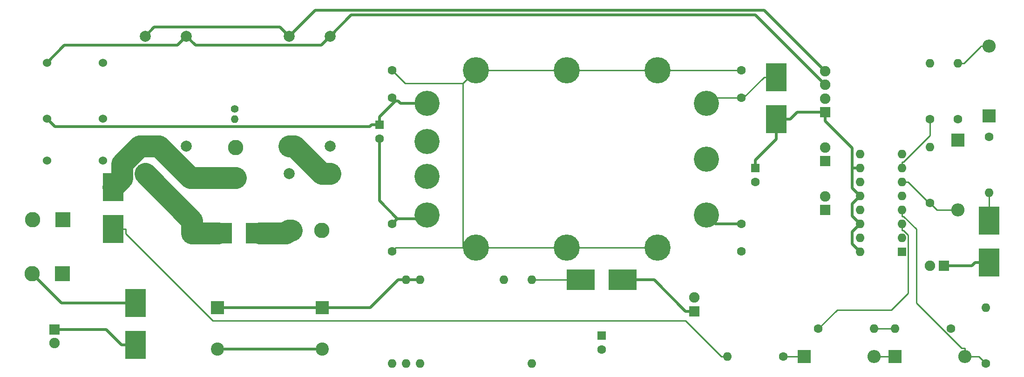
<source format=gbr>
G04 #@! TF.FileFunction,Copper,L1,Top,Signal*
%FSLAX46Y46*%
G04 Gerber Fmt 4.6, Leading zero omitted, Abs format (unit mm)*
G04 Created by KiCad (PCBNEW 4.0.7) date 02/11/18 18:38:28*
%MOMM*%
%LPD*%
G01*
G04 APERTURE LIST*
%ADD10C,0.100000*%
%ADD11C,2.000000*%
%ADD12R,5.080000X3.810000*%
%ADD13R,1.600000X1.600000*%
%ADD14O,1.600000X1.600000*%
%ADD15C,1.524000*%
%ADD16C,4.572000*%
%ADD17C,4.762500*%
%ADD18C,1.600000*%
%ADD19R,2.800000X2.800000*%
%ADD20C,2.800000*%
%ADD21R,1.900000X1.900000*%
%ADD22C,1.900000*%
%ADD23R,3.810000X5.080000*%
%ADD24R,2.400000X2.400000*%
%ADD25O,2.400000X2.400000*%
%ADD26C,2.400000*%
%ADD27C,1.400000*%
%ADD28O,1.400000X1.400000*%
%ADD29C,0.250000*%
%ADD30C,0.500000*%
%ADD31C,4.000000*%
G04 APERTURE END LIST*
D10*
D11*
X71561000Y-61957000D03*
X79061000Y-61957000D03*
X71561000Y-56957000D03*
X79061000Y-56957000D03*
X71561000Y-36957000D03*
X79061000Y-36957000D03*
D12*
X58674000Y-72771000D03*
X66294000Y-72771000D03*
D11*
X45399000Y-61957000D03*
X52899000Y-61957000D03*
X45399000Y-56957000D03*
X52899000Y-56957000D03*
X45399000Y-36957000D03*
X52899000Y-36957000D03*
D13*
X183007000Y-76200000D03*
D14*
X175387000Y-58420000D03*
X183007000Y-73660000D03*
X175387000Y-60960000D03*
X183007000Y-71120000D03*
X175387000Y-63500000D03*
X183007000Y-68580000D03*
X175387000Y-66040000D03*
X183007000Y-66040000D03*
X175387000Y-68580000D03*
X183007000Y-63500000D03*
X175387000Y-71120000D03*
X183007000Y-60960000D03*
X175387000Y-73660000D03*
X183007000Y-58420000D03*
X175387000Y-76200000D03*
X90297000Y-96520000D03*
X92837000Y-96520000D03*
X95377000Y-96520000D03*
X115697000Y-96520000D03*
X115697000Y-81280000D03*
X110617000Y-81280000D03*
X95377000Y-81280000D03*
X92837000Y-81280000D03*
D15*
X27559000Y-41783000D03*
X27559000Y-51943000D03*
X27559000Y-59563000D03*
X37719000Y-41783000D03*
X37719000Y-51943000D03*
X37719000Y-59563000D03*
D16*
X96647000Y-69469000D03*
X96647000Y-62484000D03*
X96647000Y-56134000D03*
X96647000Y-49149000D03*
X147447000Y-69469000D03*
X147447000Y-59309000D03*
X147447000Y-49149000D03*
D17*
X105537000Y-43180000D03*
X122047000Y-75438000D03*
X105537000Y-75438000D03*
X138557000Y-75438000D03*
X122047000Y-43180000D03*
X138557000Y-43180000D03*
D18*
X198247000Y-96520000D03*
D14*
X198247000Y-86360000D03*
D18*
X167767000Y-90170000D03*
D14*
X177927000Y-90170000D03*
D18*
X161417000Y-95250000D03*
D14*
X151257000Y-95250000D03*
D18*
X191897000Y-90170000D03*
D14*
X181737000Y-90170000D03*
D18*
X188087000Y-67310000D03*
D14*
X188087000Y-57150000D03*
D18*
X188087000Y-52070000D03*
D14*
X188087000Y-41910000D03*
D18*
X198882000Y-55245000D03*
D14*
X198882000Y-65405000D03*
D18*
X193167000Y-52070000D03*
D14*
X193167000Y-41910000D03*
D19*
X72009000Y-72263000D03*
D20*
X77509000Y-72263000D03*
D21*
X169037000Y-68580000D03*
D22*
X169037000Y-66080000D03*
D21*
X169037000Y-59690000D03*
D22*
X169037000Y-57190000D03*
D21*
X145288000Y-86995000D03*
D22*
X145288000Y-84495000D03*
D21*
X28956000Y-90297000D03*
D22*
X28956000Y-92797000D03*
D19*
X30480000Y-70358000D03*
D20*
X24980000Y-70358000D03*
D21*
X169037000Y-50800000D03*
D22*
X169037000Y-48300000D03*
X169037000Y-45800000D03*
X169037000Y-43300000D03*
D19*
X30353000Y-80137000D03*
D20*
X24853000Y-80137000D03*
D23*
X39624000Y-64389000D03*
X39624000Y-72009000D03*
X198882000Y-78105000D03*
X198882000Y-70485000D03*
D12*
X124587000Y-81280000D03*
X132207000Y-81280000D03*
D23*
X43688000Y-85471000D03*
X43688000Y-93091000D03*
X160147000Y-44450000D03*
X160147000Y-52070000D03*
D24*
X181737000Y-95250000D03*
D25*
X194437000Y-95250000D03*
D24*
X165227000Y-95250000D03*
D25*
X177927000Y-95250000D03*
D24*
X193167000Y-55880000D03*
D25*
X193167000Y-68580000D03*
D24*
X198882000Y-51435000D03*
D25*
X198882000Y-38735000D03*
D13*
X128397000Y-91440000D03*
D18*
X128397000Y-93940000D03*
D24*
X77597000Y-86360000D03*
D26*
X77597000Y-93860000D03*
D24*
X58547000Y-86360000D03*
D26*
X58547000Y-93860000D03*
D13*
X156337000Y-60960000D03*
D18*
X156337000Y-63460000D03*
D13*
X88011000Y-53086000D03*
D18*
X88011000Y-55586000D03*
X90297000Y-43180000D03*
X90297000Y-48180000D03*
X153797000Y-43180000D03*
X153797000Y-48180000D03*
X90297000Y-71120000D03*
X90297000Y-76120000D03*
X153797000Y-71120000D03*
X153797000Y-76120000D03*
D21*
X190627000Y-78740000D03*
D22*
X188127000Y-78740000D03*
D19*
X61849000Y-62738000D03*
D20*
X61849000Y-57238000D03*
D27*
X61722000Y-50165000D03*
D28*
X61722000Y-52065000D03*
D29*
X153797000Y-43180000D02*
X138557000Y-43180000D01*
X138557000Y-43180000D02*
X122047000Y-43180000D01*
X122047000Y-43180000D02*
X105537000Y-43180000D01*
X138557000Y-75438000D02*
X122047000Y-75438000D01*
X122047000Y-75438000D02*
X105537000Y-75438000D01*
X105537000Y-75438000D02*
X103164400Y-75438000D01*
X90979000Y-75438000D02*
X90297000Y-76120000D01*
X103164400Y-75438000D02*
X90979000Y-75438000D01*
X92669600Y-45552600D02*
X90297000Y-43180000D01*
X103164400Y-45552600D02*
X92669600Y-45552600D01*
X103164400Y-75438000D02*
X103164400Y-45552600D01*
X103164400Y-45552600D02*
X105537000Y-43180000D01*
D30*
X38338700Y-90297000D02*
X41132700Y-93091000D01*
X28956000Y-90297000D02*
X38338700Y-90297000D01*
X43688000Y-93091000D02*
X41132700Y-93091000D01*
X29038000Y-53422000D02*
X27559000Y-51943000D01*
X86224700Y-53422000D02*
X29038000Y-53422000D01*
X86560700Y-53086000D02*
X86224700Y-53422000D01*
X88011000Y-53086000D02*
X86560700Y-53086000D01*
X88011000Y-53086000D02*
X88011000Y-51635700D01*
X90297000Y-48180000D02*
X90881900Y-48764800D01*
X91407000Y-48764800D02*
X90881900Y-48764800D01*
X91791200Y-49149000D02*
X91407000Y-48764800D01*
X96647000Y-49149000D02*
X91791200Y-49149000D01*
X90881900Y-48764800D02*
X88011000Y-51635700D01*
D29*
X160147000Y-44450000D02*
X157916700Y-44450000D01*
X154186700Y-48180000D02*
X153797000Y-48180000D01*
X157916700Y-44450000D02*
X154186700Y-48180000D01*
X148416000Y-48180000D02*
X147447000Y-49149000D01*
X153797000Y-48180000D02*
X148416000Y-48180000D01*
D30*
X58547000Y-93860000D02*
X77597000Y-93860000D01*
X90297000Y-71120000D02*
X91263000Y-70154000D01*
X95962000Y-70154000D02*
X91263000Y-70154000D01*
X96647000Y-69469000D02*
X95962000Y-70154000D01*
X88011000Y-66902000D02*
X88011000Y-55586000D01*
X91263000Y-70154000D02*
X88011000Y-66902000D01*
X160147000Y-52070000D02*
X162702300Y-52070000D01*
X160147000Y-55699700D02*
X160147000Y-52070000D01*
X156337000Y-59509700D02*
X160147000Y-55699700D01*
X156337000Y-60960000D02*
X156337000Y-59509700D01*
X163972300Y-50800000D02*
X162702300Y-52070000D01*
X169037000Y-50800000D02*
X163972300Y-50800000D01*
X173934500Y-67492500D02*
X175387000Y-66040000D01*
X173934500Y-69667500D02*
X173934500Y-67492500D01*
X175387000Y-71120000D02*
X173934500Y-69667500D01*
X175387000Y-60960000D02*
X173936700Y-60960000D01*
X173936700Y-57300000D02*
X173936700Y-60960000D01*
X169037000Y-52400300D02*
X173936700Y-57300000D01*
X173936700Y-64589700D02*
X175387000Y-66040000D01*
X173936700Y-60960000D02*
X173936700Y-64589700D01*
X169037000Y-50800000D02*
X169037000Y-52400300D01*
X173936700Y-74749700D02*
X175387000Y-76200000D01*
X173936700Y-72570300D02*
X173936700Y-74749700D01*
X175387000Y-71120000D02*
X173936700Y-72570300D01*
X149098000Y-71120000D02*
X147447000Y-69469000D01*
X153797000Y-71120000D02*
X149098000Y-71120000D01*
X51248600Y-38607400D02*
X52899000Y-36957000D01*
X30734600Y-38607400D02*
X51248600Y-38607400D01*
X27559000Y-41783000D02*
X30734600Y-38607400D01*
X77410600Y-38607400D02*
X79061000Y-36957000D01*
X54549400Y-38607400D02*
X77410600Y-38607400D01*
X52899000Y-36957000D02*
X54549400Y-38607400D01*
X156358100Y-33121100D02*
X169037000Y-45800000D01*
X82896900Y-33121100D02*
X156358100Y-33121100D01*
X79061000Y-36957000D02*
X82896900Y-33121100D01*
D29*
X115697000Y-81280000D02*
X124587000Y-81280000D01*
X197356700Y-38845600D02*
X194292300Y-41910000D01*
X197356700Y-38735000D02*
X197356700Y-38845600D01*
X193167000Y-41910000D02*
X194292300Y-41910000D01*
X198882000Y-38735000D02*
X197356700Y-38735000D01*
X189357000Y-68580000D02*
X188087000Y-67310000D01*
X193167000Y-68580000D02*
X189357000Y-68580000D01*
X187942300Y-67310000D02*
X188087000Y-67310000D01*
X184132300Y-63500000D02*
X187942300Y-67310000D01*
X183007000Y-63500000D02*
X184132300Y-63500000D01*
X165227000Y-95250000D02*
X161417000Y-95250000D01*
X177927000Y-95250000D02*
X181737000Y-95250000D01*
X181737000Y-90170000D02*
X177927000Y-90170000D01*
X196977000Y-95250000D02*
X198247000Y-96520000D01*
X194437000Y-95250000D02*
X196977000Y-95250000D01*
X183007000Y-68580000D02*
X183007000Y-69705300D01*
X183288300Y-69705300D02*
X183007000Y-69705300D01*
X185617200Y-72034200D02*
X183288300Y-69705300D01*
X185617200Y-85488800D02*
X185617200Y-72034200D01*
X193853100Y-93724700D02*
X185617200Y-85488800D01*
X194437000Y-93724700D02*
X193853100Y-93724700D01*
X194437000Y-95250000D02*
X194437000Y-93724700D01*
D30*
X137972700Y-81280000D02*
X132207000Y-81280000D01*
X143687700Y-86995000D02*
X137972700Y-81280000D01*
X145288000Y-86995000D02*
X143687700Y-86995000D01*
X195691700Y-78740000D02*
X196326700Y-78105000D01*
X190627000Y-78740000D02*
X195691700Y-78740000D01*
X198882000Y-78105000D02*
X196326700Y-78105000D01*
D29*
X198882000Y-65405000D02*
X198882000Y-70485000D01*
D31*
X41198700Y-62814300D02*
X39624000Y-64389000D01*
X41198700Y-60217200D02*
X41198700Y-62814300D01*
X44458900Y-56957000D02*
X41198700Y-60217200D01*
X45399000Y-56957000D02*
X44458900Y-56957000D01*
X53680000Y-62738000D02*
X52899000Y-61957000D01*
X61849000Y-62738000D02*
X53680000Y-62738000D01*
X47899000Y-56957000D02*
X45399000Y-56957000D01*
X52899000Y-61957000D02*
X47899000Y-56957000D01*
D29*
X41854300Y-72845400D02*
X41854300Y-72009000D01*
X57733900Y-88725000D02*
X41854300Y-72845400D01*
X143606700Y-88725000D02*
X57733900Y-88725000D01*
X150131700Y-95250000D02*
X143606700Y-88725000D01*
X151257000Y-95250000D02*
X150131700Y-95250000D01*
X39624000Y-72009000D02*
X41854300Y-72009000D01*
D30*
X69904200Y-35300200D02*
X71561000Y-36957000D01*
X47055800Y-35300200D02*
X69904200Y-35300200D01*
X45399000Y-36957000D02*
X47055800Y-35300200D01*
X76308500Y-32209500D02*
X71561000Y-36957000D01*
X157946500Y-32209500D02*
X76308500Y-32209500D01*
X169037000Y-43300000D02*
X157946500Y-32209500D01*
D31*
X72561000Y-56957000D02*
X71561000Y-56957000D01*
X77561000Y-61957000D02*
X72561000Y-56957000D01*
X79061000Y-61957000D02*
X77561000Y-61957000D01*
D29*
X183288400Y-59834700D02*
X183007000Y-59834700D01*
X188087000Y-55036100D02*
X183288400Y-59834700D01*
X188087000Y-52070000D02*
X188087000Y-55036100D01*
X183007000Y-60960000D02*
X183007000Y-59834700D01*
X183288400Y-72245300D02*
X183007000Y-72245300D01*
X184132300Y-73089200D02*
X183288400Y-72245300D01*
X184132300Y-83684900D02*
X184132300Y-73089200D01*
X181091600Y-86725600D02*
X184132300Y-83684900D01*
X171211400Y-86725600D02*
X181091600Y-86725600D01*
X167767000Y-90170000D02*
X171211400Y-86725600D01*
X183007000Y-71120000D02*
X183007000Y-72245300D01*
D30*
X92837000Y-81280000D02*
X95377000Y-81280000D01*
X58547000Y-86360000D02*
X77597000Y-86360000D01*
X86306700Y-86360000D02*
X91386700Y-81280000D01*
X77597000Y-86360000D02*
X86306700Y-86360000D01*
X92837000Y-81280000D02*
X91386700Y-81280000D01*
D31*
X71542300Y-72263000D02*
X71034300Y-72771000D01*
X72009000Y-72263000D02*
X71542300Y-72263000D01*
X66294000Y-72771000D02*
X71034300Y-72771000D01*
X53933700Y-70491700D02*
X45399000Y-61957000D01*
X53933700Y-72771000D02*
X53933700Y-70491700D01*
X58674000Y-72771000D02*
X53933700Y-72771000D01*
D30*
X30187000Y-85471000D02*
X43688000Y-85471000D01*
X24853000Y-80137000D02*
X30187000Y-85471000D01*
M02*

</source>
